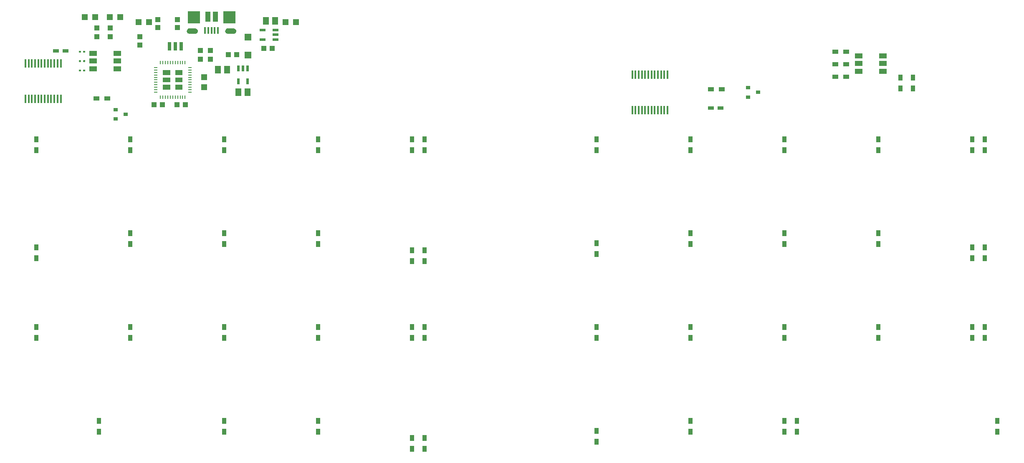
<source format=gbr>
%TF.GenerationSoftware,KiCad,Pcbnew,5.1.10*%
%TF.CreationDate,2021-05-01T11:53:20+02:00*%
%TF.ProjectId,splitboard,73706c69-7462-46f6-9172-642e6b696361,rev?*%
%TF.SameCoordinates,Original*%
%TF.FileFunction,Paste,Top*%
%TF.FilePolarity,Positive*%
%FSLAX46Y46*%
G04 Gerber Fmt 4.6, Leading zero omitted, Abs format (unit mm)*
G04 Created by KiCad (PCBNEW 5.1.10) date 2021-05-01 11:53:20*
%MOMM*%
%LPD*%
G01*
G04 APERTURE LIST*
%ADD10C,0.100000*%
%ADD11R,1.500000X1.000000*%
%ADD12R,0.450000X1.750000*%
%ADD13R,1.000000X2.000000*%
%ADD14R,0.400000X1.350000*%
%ADD15R,0.900000X0.800000*%
%ADD16R,1.200000X0.900000*%
%ADD17R,0.900000X1.200000*%
%ADD18R,1.200000X0.750000*%
%ADD19R,0.700000X1.700000*%
%ADD20R,0.550000X1.200000*%
%ADD21R,1.200000X0.550000*%
%ADD22R,1.000000X1.000000*%
%ADD23R,1.000000X1.100000*%
%ADD24R,1.100000X1.000000*%
%ADD25R,1.200000X1.200000*%
%ADD26R,0.250000X0.800000*%
%ADD27R,0.800000X0.250000*%
%ADD28R,1.400000X1.400000*%
%ADD29R,1.300000X1.200000*%
%ADD30R,1.300000X1.500000*%
G04 APERTURE END LIST*
D10*
%TO.C,X3*%
G36*
X64560000Y-63765000D02*
G01*
X64524132Y-63588539D01*
X64435490Y-63431798D01*
X64302751Y-63310121D01*
X63960000Y-63215000D01*
X62860000Y-63215000D01*
X62681092Y-63235417D01*
X62517249Y-63310121D01*
X62384510Y-63431798D01*
X62295868Y-63588539D01*
X62260000Y-63765000D01*
X62295868Y-63941461D01*
X62384510Y-64098202D01*
X62517249Y-64219879D01*
X62860000Y-64315000D01*
X63960000Y-64315000D01*
X64138908Y-64294583D01*
X64302751Y-64219879D01*
X64435490Y-64098202D01*
X64560000Y-63765000D01*
G37*
G36*
X72360000Y-63765000D02*
G01*
X72324132Y-63588539D01*
X72235490Y-63431798D01*
X72102751Y-63310121D01*
X71760000Y-63215000D01*
X70660000Y-63215000D01*
X70481092Y-63235417D01*
X70317249Y-63310121D01*
X70184510Y-63431798D01*
X70095868Y-63588539D01*
X70060000Y-63765000D01*
X70095868Y-63941461D01*
X70184510Y-64098202D01*
X70317249Y-64219879D01*
X70660000Y-64315000D01*
X71760000Y-64315000D01*
X71938908Y-64294583D01*
X72102751Y-64219879D01*
X72235490Y-64098202D01*
X72360000Y-63765000D01*
G37*
G36*
X64960000Y-59715000D02*
G01*
X62460000Y-59715000D01*
X62460000Y-62215000D01*
X64960000Y-62215000D01*
X64960000Y-59715000D01*
G37*
G36*
X72160000Y-59715000D02*
G01*
X69660000Y-59715000D01*
X69660000Y-62215000D01*
X72160000Y-62215000D01*
X72160000Y-59715000D01*
G37*
%TO.C,IC1*%
G36*
X61436000Y-75660000D02*
G01*
X61436000Y-74660000D01*
X59936000Y-74660000D01*
X59936000Y-75660000D01*
X61436000Y-75660000D01*
G37*
G36*
X61436000Y-74160000D02*
G01*
X61436000Y-73160000D01*
X59936000Y-73160000D01*
X59936000Y-74160000D01*
X61436000Y-74160000D01*
G37*
G36*
X61436000Y-72660000D02*
G01*
X61436000Y-71660000D01*
X59936000Y-71660000D01*
X59936000Y-72660000D01*
X61436000Y-72660000D01*
G37*
G36*
X58936000Y-72660000D02*
G01*
X58936000Y-71660000D01*
X57436000Y-71660000D01*
X57436000Y-72660000D01*
X58936000Y-72660000D01*
G37*
G36*
X58936000Y-74160000D02*
G01*
X58936000Y-73160000D01*
X57436000Y-73160000D01*
X57436000Y-74160000D01*
X58936000Y-74160000D01*
G37*
G36*
X58936000Y-75660000D02*
G01*
X58936000Y-74660000D01*
X57436000Y-74660000D01*
X57436000Y-75660000D01*
X58936000Y-75660000D01*
G37*
%TD*%
%TO.C,R53*%
G36*
G01*
X40844000Y-71665000D02*
X40844000Y-71845000D01*
G75*
G02*
X40754000Y-71935000I-90000J0D01*
G01*
X40476000Y-71935000D01*
G75*
G02*
X40386000Y-71845000I0J90000D01*
G01*
X40386000Y-71665000D01*
G75*
G02*
X40476000Y-71575000I90000J0D01*
G01*
X40754000Y-71575000D01*
G75*
G02*
X40844000Y-71665000I0J-90000D01*
G01*
G37*
G36*
G01*
X41709000Y-71665000D02*
X41709000Y-71845000D01*
G75*
G02*
X41619000Y-71935000I-90000J0D01*
G01*
X41341000Y-71935000D01*
G75*
G02*
X41251000Y-71845000I0J90000D01*
G01*
X41251000Y-71665000D01*
G75*
G02*
X41341000Y-71575000I90000J0D01*
G01*
X41619000Y-71575000D01*
G75*
G02*
X41709000Y-71665000I0J-90000D01*
G01*
G37*
%TD*%
%TO.C,R52*%
G36*
G01*
X40844000Y-69760000D02*
X40844000Y-69940000D01*
G75*
G02*
X40754000Y-70030000I-90000J0D01*
G01*
X40476000Y-70030000D01*
G75*
G02*
X40386000Y-69940000I0J90000D01*
G01*
X40386000Y-69760000D01*
G75*
G02*
X40476000Y-69670000I90000J0D01*
G01*
X40754000Y-69670000D01*
G75*
G02*
X40844000Y-69760000I0J-90000D01*
G01*
G37*
G36*
G01*
X41709000Y-69760000D02*
X41709000Y-69940000D01*
G75*
G02*
X41619000Y-70030000I-90000J0D01*
G01*
X41341000Y-70030000D01*
G75*
G02*
X41251000Y-69940000I0J90000D01*
G01*
X41251000Y-69760000D01*
G75*
G02*
X41341000Y-69670000I90000J0D01*
G01*
X41619000Y-69670000D01*
G75*
G02*
X41709000Y-69760000I0J-90000D01*
G01*
G37*
%TD*%
%TO.C,R51*%
G36*
G01*
X40844000Y-67855000D02*
X40844000Y-68035000D01*
G75*
G02*
X40754000Y-68125000I-90000J0D01*
G01*
X40476000Y-68125000D01*
G75*
G02*
X40386000Y-68035000I0J90000D01*
G01*
X40386000Y-67855000D01*
G75*
G02*
X40476000Y-67765000I90000J0D01*
G01*
X40754000Y-67765000D01*
G75*
G02*
X40844000Y-67855000I0J-90000D01*
G01*
G37*
G36*
G01*
X41709000Y-67855000D02*
X41709000Y-68035000D01*
G75*
G02*
X41619000Y-68125000I-90000J0D01*
G01*
X41341000Y-68125000D01*
G75*
G02*
X41251000Y-68035000I0J90000D01*
G01*
X41251000Y-67855000D01*
G75*
G02*
X41341000Y-67765000I90000J0D01*
G01*
X41619000Y-67765000D01*
G75*
G02*
X41709000Y-67855000I0J-90000D01*
G01*
G37*
%TD*%
D11*
%TO.C,D2*%
X43270000Y-68250000D03*
X43270000Y-69850000D03*
X43270000Y-71450000D03*
X48170000Y-68250000D03*
X48170000Y-69850000D03*
X48170000Y-71450000D03*
%TD*%
D12*
%TO.C,U1*%
X36722000Y-77514000D03*
X36072000Y-77514000D03*
X35422000Y-77514000D03*
X34772000Y-77514000D03*
X34122000Y-77514000D03*
X33472000Y-77514000D03*
X32822000Y-77514000D03*
X32172000Y-77514000D03*
X31522000Y-77514000D03*
X30872000Y-77514000D03*
X30222000Y-77514000D03*
X29572000Y-77514000D03*
X29572000Y-70314000D03*
X30222000Y-70314000D03*
X30872000Y-70314000D03*
X31522000Y-70314000D03*
X32172000Y-70314000D03*
X32822000Y-70314000D03*
X33472000Y-70314000D03*
X34122000Y-70314000D03*
X34772000Y-70314000D03*
X35422000Y-70314000D03*
X36072000Y-70314000D03*
X36722000Y-70314000D03*
%TD*%
%TO.C,U2*%
X159785000Y-79800000D03*
X159135000Y-79800000D03*
X158485000Y-79800000D03*
X157835000Y-79800000D03*
X157185000Y-79800000D03*
X156535000Y-79800000D03*
X155885000Y-79800000D03*
X155235000Y-79800000D03*
X154585000Y-79800000D03*
X153935000Y-79800000D03*
X153285000Y-79800000D03*
X152635000Y-79800000D03*
X152635000Y-72600000D03*
X153285000Y-72600000D03*
X153935000Y-72600000D03*
X154585000Y-72600000D03*
X155235000Y-72600000D03*
X155885000Y-72600000D03*
X156535000Y-72600000D03*
X157185000Y-72600000D03*
X157835000Y-72600000D03*
X158485000Y-72600000D03*
X159135000Y-72600000D03*
X159785000Y-72600000D03*
%TD*%
D11*
%TO.C,D1*%
X198591000Y-68758000D03*
X198591000Y-70358000D03*
X198591000Y-71958000D03*
X203491000Y-68758000D03*
X203491000Y-70358000D03*
X203491000Y-71958000D03*
%TD*%
D13*
%TO.C,X3*%
X66560000Y-60865000D03*
X68060000Y-60865000D03*
D14*
X66010000Y-63640000D03*
X66660000Y-63640000D03*
X67310000Y-63640000D03*
X67960000Y-63640000D03*
X68610000Y-63640000D03*
%TD*%
D15*
%TO.C,Q2*%
X176165000Y-75250000D03*
X176165000Y-77150000D03*
X178165000Y-76200000D03*
%TD*%
D16*
%TO.C,R58*%
X193845000Y-73025000D03*
X196045000Y-73025000D03*
%TD*%
%TO.C,R57*%
X193845000Y-70485000D03*
X196045000Y-70485000D03*
%TD*%
%TO.C,R56*%
X193845000Y-67945000D03*
X196045000Y-67945000D03*
%TD*%
D17*
%TO.C,R47*%
X224155000Y-123825000D03*
X224155000Y-126025000D03*
%TD*%
%TO.C,R46*%
X224155000Y-107655000D03*
X224155000Y-109855000D03*
%TD*%
%TO.C,R45*%
X224155000Y-85725000D03*
X224155000Y-87925000D03*
%TD*%
%TO.C,R44*%
X226695000Y-142875000D03*
X226695000Y-145075000D03*
%TD*%
%TO.C,R43*%
X221615000Y-123825000D03*
X221615000Y-126025000D03*
%TD*%
%TO.C,R42*%
X221615000Y-107655000D03*
X221615000Y-109855000D03*
%TD*%
%TO.C,R41*%
X221615000Y-85725000D03*
X221615000Y-87925000D03*
%TD*%
%TO.C,R40*%
X186055000Y-142875000D03*
X186055000Y-145075000D03*
%TD*%
%TO.C,R39*%
X202565000Y-123825000D03*
X202565000Y-126025000D03*
%TD*%
%TO.C,R38*%
X202565000Y-104775000D03*
X202565000Y-106975000D03*
%TD*%
%TO.C,R37*%
X202565000Y-85725000D03*
X202565000Y-87925000D03*
%TD*%
%TO.C,R36*%
X183515000Y-142875000D03*
X183515000Y-145075000D03*
%TD*%
%TO.C,R35*%
X183515000Y-123825000D03*
X183515000Y-126025000D03*
%TD*%
%TO.C,R34*%
X183515000Y-104775000D03*
X183515000Y-106975000D03*
%TD*%
%TO.C,R33*%
X183515000Y-85725000D03*
X183515000Y-87925000D03*
%TD*%
%TO.C,R32*%
X164465000Y-142875000D03*
X164465000Y-145075000D03*
%TD*%
%TO.C,R31*%
X164465000Y-123825000D03*
X164465000Y-126025000D03*
%TD*%
%TO.C,R30*%
X164465000Y-104775000D03*
X164465000Y-106975000D03*
%TD*%
%TO.C,R29*%
X164465000Y-85725000D03*
X164465000Y-87925000D03*
%TD*%
%TO.C,R28*%
X145415000Y-144950000D03*
X145415000Y-147150000D03*
%TD*%
%TO.C,R27*%
X145415000Y-123825000D03*
X145415000Y-126025000D03*
%TD*%
%TO.C,R26*%
X145415000Y-106850000D03*
X145415000Y-109050000D03*
%TD*%
%TO.C,R25*%
X145415000Y-85725000D03*
X145415000Y-87925000D03*
%TD*%
%TO.C,R24*%
X110490000Y-146390000D03*
X110490000Y-148590000D03*
%TD*%
%TO.C,R23*%
X110490000Y-123825000D03*
X110490000Y-126025000D03*
%TD*%
%TO.C,R22*%
X110490000Y-108290000D03*
X110490000Y-110490000D03*
%TD*%
%TO.C,R21*%
X110490000Y-85768000D03*
X110490000Y-87968000D03*
%TD*%
%TO.C,R20*%
X107950000Y-146390000D03*
X107950000Y-148590000D03*
%TD*%
%TO.C,R19*%
X107950000Y-123825000D03*
X107950000Y-126025000D03*
%TD*%
%TO.C,R18*%
X107950000Y-108290000D03*
X107950000Y-110490000D03*
%TD*%
%TO.C,R17*%
X107950000Y-85768000D03*
X107950000Y-87968000D03*
%TD*%
%TO.C,R16*%
X88900000Y-142875000D03*
X88900000Y-145075000D03*
%TD*%
%TO.C,R15*%
X88900000Y-123825000D03*
X88900000Y-126025000D03*
%TD*%
%TO.C,R14*%
X88900000Y-104775000D03*
X88900000Y-106975000D03*
%TD*%
%TO.C,R13*%
X88900000Y-85725000D03*
X88900000Y-87925000D03*
%TD*%
%TO.C,R12*%
X69850000Y-142875000D03*
X69850000Y-145075000D03*
%TD*%
%TO.C,R11*%
X69850000Y-123825000D03*
X69850000Y-126025000D03*
%TD*%
%TO.C,R10*%
X69850000Y-104775000D03*
X69850000Y-106975000D03*
%TD*%
%TO.C,R9*%
X69850000Y-85725000D03*
X69850000Y-87925000D03*
%TD*%
%TO.C,R8*%
X44450000Y-142875000D03*
X44450000Y-145075000D03*
%TD*%
%TO.C,R7*%
X50800000Y-123825000D03*
X50800000Y-126025000D03*
%TD*%
%TO.C,R6*%
X50800000Y-104775000D03*
X50800000Y-106975000D03*
%TD*%
%TO.C,R5*%
X50800000Y-85725000D03*
X50800000Y-87925000D03*
%TD*%
%TO.C,R3*%
X31750000Y-123825000D03*
X31750000Y-126025000D03*
%TD*%
%TO.C,R2*%
X31750000Y-107655000D03*
X31750000Y-109855000D03*
%TD*%
%TO.C,R1*%
X31750000Y-85725000D03*
X31750000Y-87925000D03*
%TD*%
D15*
%TO.C,Q1*%
X47895000Y-79695000D03*
X47895000Y-81595000D03*
X49895000Y-80645000D03*
%TD*%
D18*
%TO.C,C2*%
X170495000Y-79375000D03*
X168595000Y-79375000D03*
%TD*%
%TO.C,C1*%
X35778400Y-67818000D03*
X37678400Y-67818000D03*
%TD*%
D16*
%TO.C,R50*%
X170815000Y-75565000D03*
X168615000Y-75565000D03*
%TD*%
D17*
%TO.C,R49*%
X209550000Y-75395000D03*
X209550000Y-73195000D03*
%TD*%
%TO.C,R48*%
X207010000Y-75395000D03*
X207010000Y-73195000D03*
%TD*%
D16*
%TO.C,R4*%
X46185000Y-77470000D03*
X43985000Y-77470000D03*
%TD*%
D19*
%TO.C,Y1*%
X61144000Y-66852800D03*
X59944000Y-66852800D03*
X58744000Y-66852800D03*
%TD*%
D20*
%TO.C,U4*%
X74610000Y-73944100D03*
X72710000Y-73944100D03*
X72710000Y-71343900D03*
X73660000Y-71343900D03*
X74610000Y-71343900D03*
%TD*%
D21*
%TO.C,U3*%
X77693900Y-65466000D03*
X77693900Y-63566000D03*
X80294100Y-63566000D03*
X80294100Y-64516000D03*
X80294100Y-65466000D03*
%TD*%
D22*
%TO.C,SW101*%
X56420000Y-61430000D03*
X56420000Y-63030000D03*
X60420000Y-63030000D03*
X60420000Y-61430000D03*
%TD*%
D23*
%TO.C,R110*%
X44069000Y-63158000D03*
X44069000Y-64858000D03*
%TD*%
D24*
%TO.C,R109*%
X70690000Y-68580000D03*
X72390000Y-68580000D03*
%TD*%
%TO.C,R108*%
X79590000Y-67310000D03*
X77890000Y-67310000D03*
%TD*%
D23*
%TO.C,R107*%
X52755800Y-64859800D03*
X52755800Y-66559800D03*
%TD*%
%TO.C,R105*%
X65024000Y-69430000D03*
X65024000Y-67730000D03*
%TD*%
%TO.C,R104*%
X67056000Y-69430000D03*
X67056000Y-67730000D03*
%TD*%
%TO.C,R101*%
X46736000Y-63158000D03*
X46736000Y-64858000D03*
%TD*%
D25*
%TO.C,L1*%
X52544000Y-61976000D03*
X54644000Y-61976000D03*
%TD*%
D26*
%TO.C,IC1*%
X61936000Y-77135000D03*
X61436000Y-77135000D03*
X60936000Y-77135000D03*
X60436000Y-77135000D03*
X59936000Y-77135000D03*
X59436000Y-77135000D03*
X58936000Y-77135000D03*
X58436000Y-77135000D03*
X57936000Y-77135000D03*
X57436000Y-77135000D03*
X56936000Y-77135000D03*
D27*
X55961000Y-76160000D03*
X55961000Y-75660000D03*
X55961000Y-75160000D03*
X55961000Y-74660000D03*
X55961000Y-74160000D03*
X55961000Y-73660000D03*
X55961000Y-73160000D03*
X55961000Y-72660000D03*
X55961000Y-72160000D03*
X55961000Y-71660000D03*
X55961000Y-71160000D03*
D26*
X56936000Y-70185000D03*
X57436000Y-70185000D03*
X57936000Y-70185000D03*
X58436000Y-70185000D03*
X58936000Y-70185000D03*
X59436000Y-70185000D03*
X59936000Y-70185000D03*
X60436000Y-70185000D03*
X60936000Y-70185000D03*
X61436000Y-70185000D03*
X61936000Y-70185000D03*
D27*
X62911000Y-71160000D03*
X62911000Y-71660000D03*
X62911000Y-72160000D03*
X62911000Y-72660000D03*
X62911000Y-73160000D03*
X62911000Y-73660000D03*
X62911000Y-74160000D03*
X62911000Y-74660000D03*
X62911000Y-75160000D03*
X62911000Y-75660000D03*
X62911000Y-76160000D03*
%TD*%
D28*
%TO.C,D5*%
X74676000Y-64952000D03*
X74676000Y-68652000D03*
%TD*%
D25*
%TO.C,D4*%
X43722000Y-60960000D03*
X41622000Y-60960000D03*
%TD*%
%TO.C,D3*%
X46702000Y-60960000D03*
X48802000Y-60960000D03*
%TD*%
%TO.C,CHG1*%
X84396000Y-61976000D03*
X82296000Y-61976000D03*
%TD*%
D24*
%TO.C,C14*%
X62025000Y-78740000D03*
X60325000Y-78740000D03*
%TD*%
D29*
%TO.C,C9*%
X65786000Y-75184000D03*
X65786000Y-73152000D03*
%TD*%
D30*
%TO.C,C8*%
X72710000Y-76200000D03*
X74610000Y-76200000D03*
%TD*%
D24*
%TO.C,C7*%
X57365000Y-78740000D03*
X55665000Y-78740000D03*
%TD*%
D30*
%TO.C,C6*%
X70480000Y-71628000D03*
X68580000Y-71628000D03*
%TD*%
%TO.C,C3*%
X80198000Y-61722000D03*
X78298000Y-61722000D03*
%TD*%
M02*

</source>
